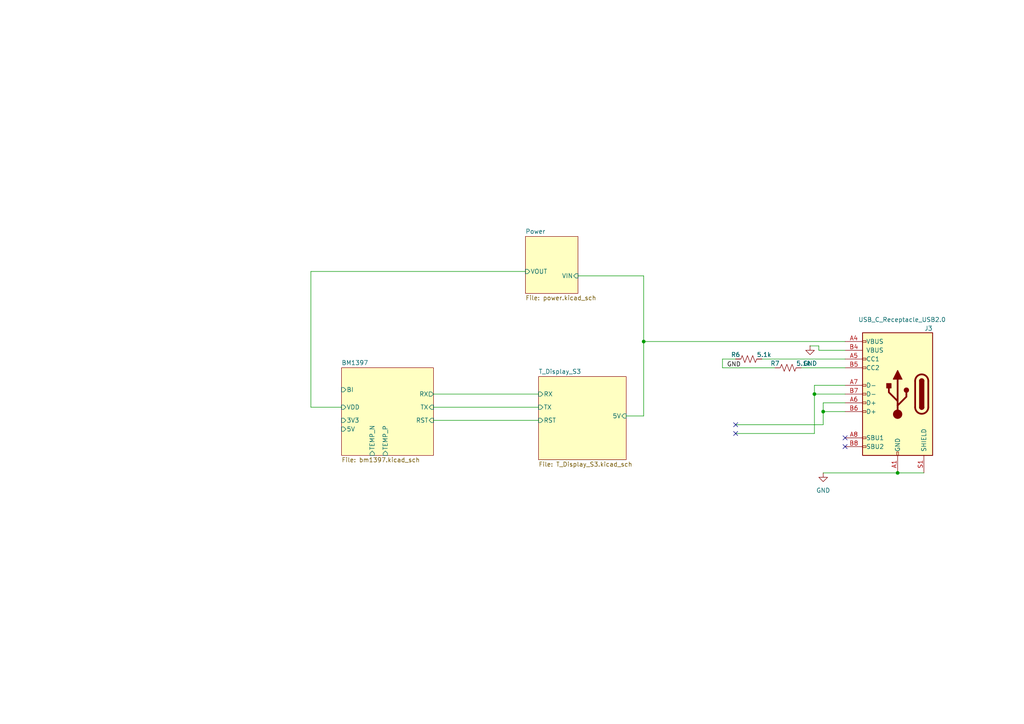
<source format=kicad_sch>
(kicad_sch (version 20231120) (generator "eeschema") (generator_version "8.0")
  (paper "A4")
  (lib_symbols
    (symbol "Device:R_US" (pin_numbers hide) (pin_names (offset 0))
      (property "Reference" "R" (at 2.54 0 90))
      (property "Value" "R_US" (at -2.54 0 90))
      (symbol "R_US_0_1"
        (polyline (pts (xy 0 -2.286) (xy 0 -2.54)))
        (polyline (pts (xy 0 2.286) (xy 0 2.54)))
        (polyline (pts (xy 0 -0.762) (xy 1.016 -1.143) (xy 0 -1.524) (xy -1.016 -1.905) (xy 0 -2.286)))
        (polyline (pts (xy 0 0.762) (xy 1.016 0.381) (xy 0 0) (xy -1.016 -0.381) (xy 0 -0.762)))
        (polyline (pts (xy 0 2.286) (xy 1.016 1.905) (xy 0 1.524) (xy -1.016 1.143) (xy 0 0.762)))
      )
      (symbol "R_US_1_1"
        (pin passive line (at 0 3.81 270) (length 1.27) (name "~") (number "1"))
        (pin passive line (at 0 -3.81 90) (length 1.27) (name "~") (number "2"))
      )
    )
    (symbol "bitaxe:USB_C_Receptacle_USB2.0" (pin_names (offset 1.016))
      (property "Reference" "J" (at -10.16 19.05 0))
      (property "Value" "USB_C_Receptacle_USB2.0" (at 19.05 19.05 0))
      (symbol "USB_C_Receptacle_USB2.0_0_0"
        (rectangle (start -0.254 -17.78) (end 0.254 -16.764))
        (rectangle (start 10.16 -14.986) (end 9.144 -15.494))
        (rectangle (start 10.16 -12.446) (end 9.144 -12.954))
        (rectangle (start 10.16 -4.826) (end 9.144 -5.334))
        (rectangle (start 10.16 -2.286) (end 9.144 -2.794))
        (rectangle (start 10.16 0.254) (end 9.144 -0.254))
        (rectangle (start 10.16 2.794) (end 9.144 2.286))
        (rectangle (start 10.16 7.874) (end 9.144 7.366))
        (rectangle (start 10.16 10.414) (end 9.144 9.906))
        (rectangle (start 10.16 15.494) (end 9.144 14.986))
      )
      (symbol "USB_C_Receptacle_USB2.0_0_1"
        (rectangle (start -10.16 17.78) (end 10.16 -17.78) (stroke (width 0.254)) (fill (type background)))
        (arc (start -8.89 -3.81) (mid -6.985 -5.7067) (end -5.08 -3.81) (stroke (width 0.508)))
        (arc (start -7.62 -3.81) (mid -6.985 -4.4423) (end -6.35 -3.81) (stroke (width 0.254)))
        (arc (start -7.62 -3.81) (mid -6.985 -4.4423) (end -6.35 -3.81) (stroke (width 0.254)) (fill (type outline)))
        (rectangle (start -7.62 -3.81) (end -6.35 3.81) (stroke (width 0.254)) (fill (type outline)))
        (arc (start -6.35 3.81) (mid -6.985 4.4423) (end -7.62 3.81) (stroke (width 0.254)))
        (arc (start -6.35 3.81) (mid -6.985 4.4423) (end -7.62 3.81) (stroke (width 0.254)) (fill (type outline)))
        (arc (start -5.08 3.81) (mid -6.985 5.7067) (end -8.89 3.81) (stroke (width 0.508)))
        (circle (center -2.54 1.143) (radius 0.635) (stroke (width 0.254)) (fill (type outline)))
        (circle (center 0 -5.842) (radius 1.27) (fill (type outline)))
        (polyline (pts (xy -8.89 -3.81) (xy -8.89 3.81)) (stroke (width 0.508)))
        (polyline (pts (xy -5.08 3.81) (xy -5.08 -3.81)) (stroke (width 0.508)))
        (polyline (pts (xy 0 -5.842) (xy 0 4.318)) (stroke (width 0.508)))
        (polyline (pts (xy 0 -3.302) (xy -2.54 -0.762) (xy -2.54 0.508)) (stroke (width 0.508)))
        (polyline (pts (xy 0 -2.032) (xy 2.54 0.508) (xy 2.54 1.778)) (stroke (width 0.508)))
        (polyline (pts (xy -1.27 4.318) (xy 0 6.858) (xy 1.27 4.318) (xy -1.27 4.318)) (stroke (width 0.254)) (fill (type outline)))
        (rectangle (start 1.905 1.778) (end 3.175 3.048) (stroke (width 0.254)) (fill (type outline)))
      )
      (symbol "USB_C_Receptacle_USB2.0_1_1"
        (pin passive line (at 0 -22.86 90) (length 5.08) (name "GND") (number "A1"))
        (pin passive line (at 15.24 15.24 180) (length 5.08) (name "VBUS") (number "A4"))
        (pin bidirectional line (at 15.24 10.16 180) (length 5.08) (name "CC1") (number "A5"))
        (pin bidirectional line (at 15.24 -2.54 180) (length 5.08) (name "D+") (number "A6"))
        (pin bidirectional line (at 15.24 2.54 180) (length 5.08) (name "D-") (number "A7"))
        (pin bidirectional line (at 15.24 -12.7 180) (length 5.08) (name "SBU1") (number "A8"))
        (pin passive line (at 0 -22.86 90) (length 5.08) hide (name "GND") (number "B1"))
        (pin passive line (at 15.24 12.7 180) (length 5.08) (name "VBUS") (number "B4"))
        (pin bidirectional line (at 15.24 7.62 180) (length 5.08) (name "CC2") (number "B5"))
        (pin bidirectional line (at 15.24 -5.08 180) (length 5.08) (name "D+") (number "B6"))
        (pin bidirectional line (at 15.24 0 180) (length 5.08) (name "D-") (number "B7"))
        (pin bidirectional line (at 15.24 -15.24 180) (length 5.08) (name "SBU2") (number "B8"))
        (pin passive line (at -7.62 -22.86 90) (length 5.08) (name "SHIELD") (number "S1"))
      )
    )
    (symbol "power:GND" (power) (pin_numbers hide) (pin_names (offset 0) hide)
      (property "Value" "GND" (at 0 -3.81 0))
      (symbol "GND_0_1"
        (polyline (pts (xy 0 0) (xy 0 -1.27) (xy 1.27 -1.27) (xy 0 -2.54) (xy -1.27 -1.27) (xy 0 -1.27)))
      )
      (symbol "GND_1_1"
        (pin power_in line (at 0 0 270) (length 0) (name "~") (number "1"))
      )
    )
  )
  (junction (at 238.76 119.38))
  (junction (at 236.22 114.3))
  (junction (at 260.35 137.16))
  (junction (at 186.69 99.06))
  (no_connect (at 213.36 125.73))
  (no_connect (at 213.36 123.19))
  (no_connect (at 245.11 127))
  (no_connect (at 245.11 129.54))
  (wire (pts (xy 232.41 106.68) (xy 245.11 106.68)))
  (wire (pts (xy 238.76 116.84) (xy 245.11 116.84)))
  (wire (pts (xy 181.61 120.65) (xy 186.69 120.65)))
  (wire (pts (xy 238.76 119.38) (xy 245.11 119.38)))
  (wire (pts (xy 236.22 111.76) (xy 236.22 114.3)))
  (wire (pts (xy 238.76 137.16) (xy 260.35 137.16)))
  (wire (pts (xy 224.79 106.68) (xy 209.55 106.68)))
  (wire (pts (xy 236.22 114.3) (xy 236.22 125.73)))
  (wire (pts (xy 236.22 114.3) (xy 245.11 114.3)))
  (wire (pts (xy 234.95 100.33) (xy 237.49 100.33)))
  (wire (pts (xy 213.36 125.73) (xy 236.22 125.73)))
  (wire (pts (xy 152.4 78.74) (xy 90.17 78.74)))
  (wire (pts (xy 125.73 118.11) (xy 156.21 118.11)))
  (wire (pts (xy 209.55 106.68) (xy 209.55 104.14)))
  (wire (pts (xy 237.49 100.33) (xy 237.49 101.6)))
  (wire (pts (xy 237.49 101.6) (xy 245.11 101.6)))
  (wire (pts (xy 220.98 104.14) (xy 245.11 104.14)))
  (wire (pts (xy 245.11 111.76) (xy 236.22 111.76)))
  (wire (pts (xy 125.73 121.92) (xy 156.21 121.92)))
  (wire (pts (xy 125.73 114.3) (xy 156.21 114.3)))
  (wire (pts (xy 238.76 123.19) (xy 238.76 119.38)))
  (wire (pts (xy 186.69 99.06) (xy 186.69 120.65)))
  (wire (pts (xy 90.17 78.74) (xy 90.17 118.11)))
  (wire (pts (xy 238.76 119.38) (xy 238.76 116.84)))
  (wire (pts (xy 186.69 80.01) (xy 167.64 80.01)))
  (wire (pts (xy 213.36 123.19) (xy 238.76 123.19)))
  (wire (pts (xy 186.69 80.01) (xy 186.69 99.06)))
  (wire (pts (xy 186.69 99.06) (xy 245.11 99.06)))
  (wire (pts (xy 260.35 137.16) (xy 267.97 137.16)))
  (wire (pts (xy 90.17 118.11) (xy 99.06 118.11)))
  (wire (pts (xy 209.55 104.14) (xy 213.36 104.14)))
  (label "GND" (at 210.82 106.68 0))
  (symbol (lib_id "bitaxe:USB_C_Receptacle_USB2.0") (at 260.35 114.3 0) (mirror y) (unit 1)
    (property "Reference" "J3" (at 270.51 95.25 0) (effects (justify left)))
    (property "Value" "USB_C_Receptacle_USB2.0" (at 248.92 92.71 0) (effects (justify right)))
    (property "Footprint" "Connector_USB:USB_C_Receptacle_GCT_USB4105-xx-A_16P_TopMnt_Horizontal" (effects (hide yes)))
    (property "Datasheet" "https://www.usb.org/sites/default/files/documents/usb_type-c.zip" (effects (hide yes)))
    (property "DK" "2073-USB4105-GF-ACT-ND" (effects (hide yes)))
    (property "PARTNO" "USB4105-GF-A" (effects (hide yes)))
  )
  (symbol (lib_id "power:GND") (at 238.76 137.16 0) (unit 1)
    (property "Reference" "#PWR04" (effects (hide yes)))
    (property "Value" "GND" (at 238.76 142.24 0))
    (property "Description" "Power symbol creates a global label with name \"GND\" , ground" (effects (hide yes)))
  )
  (symbol (lib_id "Device:R_US") (at 217.17 104.14 90) (unit 1)
    (property "Reference" "R6" (at 213.36 102.87 90))
    (property "Value" "5.1k" (at 221.615 102.87 90))
    (property "Footprint" "Resistor_SMD:R_0402_1005Metric" (effects (hide yes)))
    (property "DK" "RMCF0402JT5K10CT-ND" (effects (hide yes)))
    (property "PARTNO" "RMCF0402JT5K10" (effects (hide yes)))
  )
  (symbol (lib_id "power:GND") (at 234.95 100.33 0) (unit 1)
    (property "Reference" "#PWR05" (effects (hide yes)))
    (property "Value" "GND" (at 234.95 105.41 0))
    (property "Description" "Power symbol creates a global label with name \"GND\" , ground" (effects (hide yes)))
  )
  (symbol (lib_id "Device:R_US") (at 228.6 106.68 90) (unit 1)
    (property "Reference" "R7" (at 224.79 105.41 90))
    (property "Value" "5.1k" (at 233.045 105.41 90))
    (property "Footprint" "Resistor_SMD:R_0402_1005Metric" (effects (hide yes)))
    (property "DK" "RMCF0402JT5K10CT-ND" (effects (hide yes)))
    (property "PARTNO" "RMCF0402JT5K10" (effects (hide yes)))
  )
  (sheet (at 99.06 106.68) (size 26.67 25.4) (stroke (width 0.1524)) (fill (color 255 255 194 1.0000))
    (property "Sheetname" "BM1397" (at 99.06 105.9684 0) (effects (justify left bottom)))
    (property "Sheetfile" "bm1397.kicad_sch" (at 99.06 132.6646 0) (effects (justify left top)))
    (pin "VDD" input (at 99.06 118.11 180))
    (pin "TEMP_N" input (at 107.95 132.08 270))
    (pin "TEMP_P" input (at 111.76 132.08 270))
    (pin "5V" input (at 99.06 124.46 180))
    (pin "TX" input (at 125.73 118.11 0))
    (pin "3V3" input (at 99.06 121.92 180))
    (pin "BI" input (at 99.06 113.03 180))
    (pin "RX" output (at 125.73 114.3 0))
    (pin "RST" input (at 125.73 121.92 0))
  )
  (sheet (at 152.4 68.58) (size 15.24 16.51) (stroke (width 0.1524)) (fill (color 255 255 194 1.0000))
    (property "Sheetname" "Power" (at 152.4 67.8684 0) (effects (justify left bottom)))
    (property "Sheetfile" "power.kicad_sch" (at 152.4 85.6746 0) (effects (justify left top)))
    (pin "VOUT" input (at 152.4 78.74 180))
    (pin "VIN" input (at 167.64 80.01 0))
  )
  (sheet (at 156.21 109.22) (size 25.4 24.13) (stroke (width 0.1524)) (fill (color 255 255 194 1.0000))
    (property "Sheetname" "T_Display_S3" (at 156.21 108.5084 0) (effects (justify left bottom)))
    (property "Sheetfile" "T_Display_S3.kicad_sch" (at 156.21 133.9346 0) (effects (justify left top)))
    (pin "5V" input (at 181.61 120.65 0))
    (pin "RX" input (at 156.21 114.3 180))
    (pin "TX" input (at 156.21 118.11 180))
    (pin "RST" input (at 156.21 121.92 180))
  )
)
</source>
